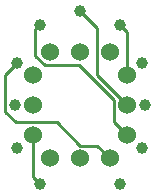
<source format=gbr>
%TF.GenerationSoftware,KiCad,Pcbnew,7.0.0*%
%TF.CreationDate,2023-02-16T14:19:05+08:00*%
%TF.ProjectId,QS-27,51532d32-372e-46b6-9963-61645f706362,rev?*%
%TF.SameCoordinates,Original*%
%TF.FileFunction,Copper,L2,Bot*%
%TF.FilePolarity,Positive*%
%FSLAX46Y46*%
G04 Gerber Fmt 4.6, Leading zero omitted, Abs format (unit mm)*
G04 Created by KiCad (PCBNEW 7.0.0) date 2023-02-16 14:19:05*
%MOMM*%
%LPD*%
G01*
G04 APERTURE LIST*
%TA.AperFunction,ComponentPad*%
%ADD10C,1.524000*%
%TD*%
%TA.AperFunction,ComponentPad*%
%ADD11C,1.000000*%
%TD*%
%TA.AperFunction,Conductor*%
%ADD12C,0.250000*%
%TD*%
G04 APERTURE END LIST*
D10*
%TO.P,J1,0,0*%
%TO.N,P0*%
X151456000Y-110896000D03*
%TO.P,J1,1,1*%
%TO.N,P1*%
X151456000Y-113436000D03*
%TO.P,J1,2,2*%
%TO.N,P2*%
X152916000Y-115396000D03*
%TO.P,J1,3,3*%
%TO.N,P3*%
X155456000Y-115396000D03*
%TO.P,J1,4,4*%
%TO.N,P4*%
X157996000Y-115396000D03*
%TO.P,J1,5,5*%
%TO.N,P5*%
X159456000Y-113436000D03*
%TO.P,J1,6,6*%
%TO.N,P6*%
X159456000Y-110896000D03*
%TO.P,J1,7,7*%
%TO.N,P7*%
X159456000Y-108356000D03*
%TO.P,J1,8,8*%
%TO.N,P8*%
X157996000Y-106396000D03*
%TO.P,J1,9,9*%
%TO.N,P9*%
X155456000Y-106396000D03*
%TO.P,J1,10,10*%
%TO.N,unconnected-(J1-Pad10)*%
X152916000Y-106396000D03*
%TO.P,J1,A,A*%
%TO.N,PA*%
X151456000Y-108356000D03*
%TD*%
D11*
%TO.P,NX1,0,0*%
%TO.N,P0*%
X160756000Y-114496000D03*
%TO.P,NX1,1,1*%
%TO.N,P1*%
X152056000Y-117596000D03*
%TO.P,NX1,2,2*%
%TO.N,P2*%
X150156000Y-114496000D03*
%TO.P,NX1,3,3*%
%TO.N,P3*%
X149956000Y-110896000D03*
%TO.P,NX1,4,4*%
%TO.N,P4*%
X150156000Y-107296000D03*
%TO.P,NX1,5,5*%
%TO.N,P5*%
X152056000Y-104096000D03*
%TO.P,NX1,6,6*%
%TO.N,P6*%
X155456000Y-102896000D03*
%TO.P,NX1,7,7*%
%TO.N,P7*%
X158856000Y-104096000D03*
%TO.P,NX1,8,8*%
%TO.N,P8*%
X160756000Y-107296000D03*
%TO.P,NX1,9,9*%
%TO.N,P9*%
X160956000Y-110896000D03*
%TO.P,NX1,A,A*%
%TO.N,PA*%
X158856000Y-117596000D03*
%TD*%
D12*
%TO.N,P5*%
X159456000Y-113436000D02*
X158369176Y-112349176D01*
X158369176Y-110445572D02*
X155406604Y-107483000D01*
X158369176Y-112349176D02*
X158369176Y-110445572D01*
X155406604Y-107483000D02*
X152465749Y-107483000D01*
X152465749Y-107483000D02*
X151688800Y-106706051D01*
X151688800Y-106706051D02*
X151688800Y-104463200D01*
X151688800Y-104463200D02*
X152056000Y-104096000D01*
%TO.N,P6*%
X159456000Y-110896000D02*
X156909000Y-108349000D01*
X156909000Y-108349000D02*
X156909000Y-104349000D01*
X156909000Y-104349000D02*
X155456000Y-102896000D01*
%TO.N,P4*%
X150156000Y-107296000D02*
X149131000Y-108321000D01*
X149131000Y-108321000D02*
X149131000Y-111437400D01*
X149131000Y-111437400D02*
X150042600Y-112349000D01*
X150042600Y-112349000D02*
X153497000Y-112349000D01*
X153497000Y-112349000D02*
X155457000Y-114309000D01*
X155457000Y-114309000D02*
X156909000Y-114309000D01*
X156909000Y-114309000D02*
X157996000Y-115396000D01*
%TO.N,P1*%
X151456000Y-113436000D02*
X151456000Y-116996000D01*
X151456000Y-116996000D02*
X152056000Y-117596000D01*
%TO.N,P7*%
X158856000Y-104096000D02*
X159456000Y-104696000D01*
X159456000Y-104696000D02*
X159456000Y-108356000D01*
%TD*%
M02*

</source>
